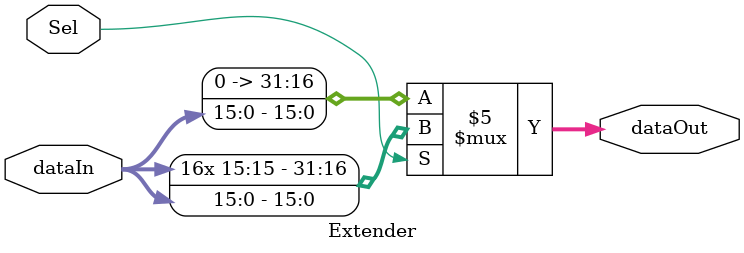
<source format=v>
`timescale 1ns / 1ps

module Extender (
	input Sel,
	input [15:0] dataIn,
	output reg [31:0] dataOut
	);

	initial dataOut = 0;

	always @(Sel or dataIn) begin // dataIn!!!
		if (Sel == 0) // ZeroExt
			dataOut = {{16{1'b0}},dataIn[15:0]};
		else // SignExt
			dataOut = {{16{dataIn[15]}},dataIn[15:0]};
	end

endmodule
</source>
